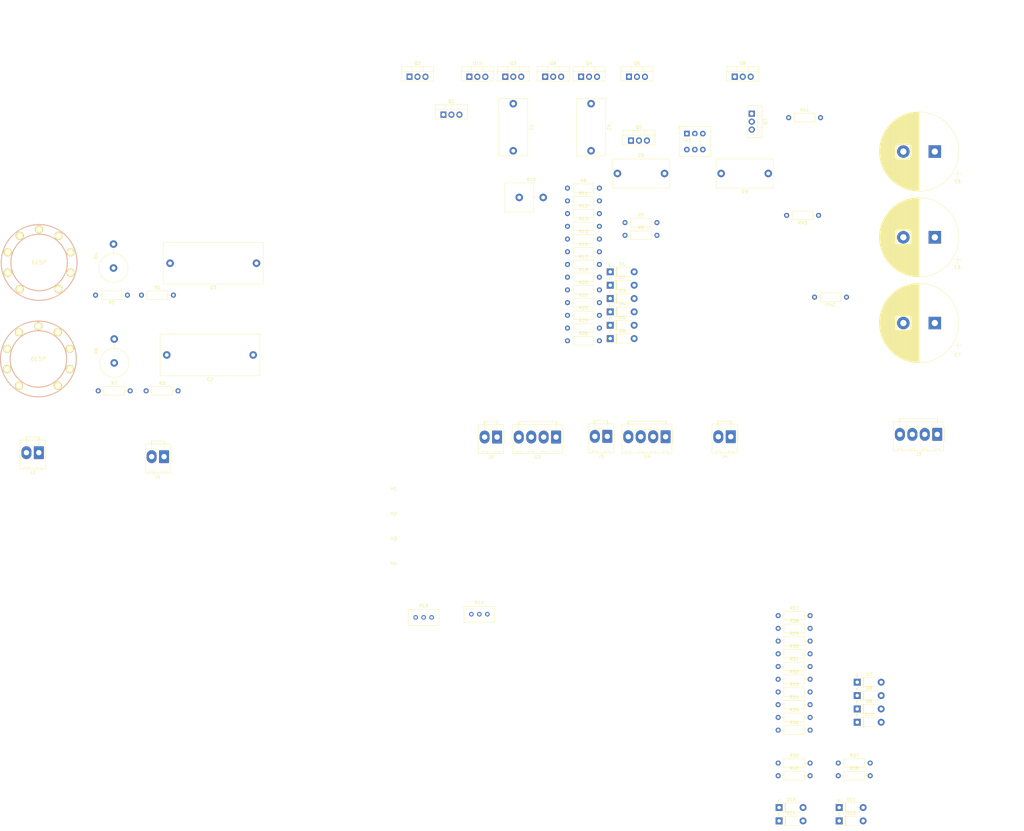
<source format=kicad_pcb>
(kicad_pcb (version 20221018) (generator pcbnew)
  (layers (0 "F.Cu" signal) (31 "B.Cu" signal) (34 "B.Paste" user) (35 "F.Paste" user) (36 "B.SilkS" user "B.Silkscreen") (37 "F.SilkS" user "F.Silkscreen") (38 "B.Mask" user) (39 "F.Mask" user) (44 "Edge.Cuts" user))
  (net 0 "")
  (net 1 "Net-(C3-Pad1)")
  (net 2 "Net-(R12-Pad2)")
  (net 3 "Net-(R14-Pad3)")
  (net 4 "Net-(J1-Pin_1)")
  (net 5 "Net-(J1-Pin_2)")
  (net 6 "Net-(C4-Pad1)")
  (net 7 "Net-(U2A-A)")
  (net 8 "Net-(U1A-A)")
  (net 9 "Net-(D2-K)")
  (net 10 "/Dual_Gyrator/ANODE1")
  (net 11 "Net-(D4-K)")
  (net 12 "/Dual_Gyrator/ANODE2")
  (net 13 "Net-(D1-K)")
  (net 14 "Net-(D1-A)")
  (net 15 "/Dual_Gyrator/MU_OUT1")
  (net 16 "Net-(D4-A)")
  (net 17 "/Dual_Gyrator/MU_OUT2")
  (net 18 "Net-(J2-Pin_1)")
  (net 19 "GND")
  (net 20 "/Dual_Gyrator/+HV")
  (net 21 "/Buffer_CCS_load1/NEG")
  (net 22 "Net-(J4-Pin_1)")
  (net 23 "Net-(J4-Pin_2)")
  (net 24 "Net-(J5-Pin_1)")
  (net 25 "Net-(J6-Pin_1)")
  (net 26 "Net-(Q1-D)")
  (net 27 "Net-(Q2-G)")
  (net 28 "Net-(Q2-D)")
  (net 29 "Net-(D7-K)")
  (net 30 "/Buffer_CCS_load1/POS")
  (net 31 "Net-(D9-K)")
  (net 32 "/Buffer_CCS_load2/POS")
  (net 33 "Net-(Q5-D)")
  (net 34 "Net-(Q6-G)")
  (net 35 "Net-(Q7-D)")
  (net 36 "Net-(Q8-G)")
  (net 37 "Net-(D3-K)")
  (net 38 "Net-(D3-A)")
  (net 39 "Net-(D7-A)")
  (net 40 "Net-(D10-A)")
  (net 41 "Net-(U1A-G1)")
  (net 42 "Net-(U2A-G1)")
  (net 43 "Net-(SW1B-B)")
  (net 44 "Net-(SW1A-B)")
  (net 45 "Net-(U3-G)")
  (net 46 "Net-(U4-G)")
  (net 47 "Net-(J3-Pin_3)")
  (net 48 "Net-(D11-K)")
  (net 49 "Net-(D11-A)")
  (net 50 "Net-(D12-K)")
  (net 51 "Net-(D13-K)")
  (net 52 "Net-(D13-A)")
  (net 53 "Net-(D14-K)")
  (net 54 "Net-(J2-Pin_2)")
  (net 55 "Net-(R10-Pad1)")
  (net 56 "Net-(R17-Pad2)")
  (net 57 "Net-(R19-Pad3)")
  (net 58 "Net-(C1-Pad1)")
  (net 59 "Net-(C2-Pad1)")
  (net 60 "Net-(R30-Pad1)")
  (net 61 "Net-(R31-Pad1)")
  (net 66 "Net-(R35-Pad1)")
  (net 67 "Net-(R36-Pad1)")
  (footprint "Resistor_THT:R_Axial_DIN0207_L6.3mm_D2.5mm_P10.16mm_Horizontal" (layer "F.Cu") (at 142.09 211.215)
    (fp_text reference "R32" (at 5.08 -2.37) (layer "F.SilkS"))
    (fp_text value "1.5M")
    (pad "1" thru_hole circle (at 0 0) (size 1.6 1.6) (drill 0.8) (layers "*.Cu" "*.Mask") (net 29 "Net-(D7-K)"))
    (pad "2" thru_hole oval (at 10.16 0) (size 1.6 1.6) (drill 0.8) (layers "*.Cu" "*.Mask") (net 61 "Net-(R31-Pad1)"))
  )
  (footprint "Resistor_THT:R_Axial_DIN0207_L6.3mm_D2.5mm_P10.16mm_Horizontal" (layer "F.Cu") (at -59.055 119.38)
    (fp_text reference "R3" (at 5.08 -2.37) (layer "F.SilkS"))
    (fp_text value "500k")
    (pad "1" thru_hole circle (at 0 0) (size 1.6 1.6) (drill 0.8) (layers "*.Cu" "*.Mask") (net 5 "Net-(J1-Pin_2)"))
    (pad "2" thru_hole oval (at 10.16 0) (size 1.6 1.6) (drill 0.8) (layers "*.Cu" "*.Mask") (net 19 "GND"))
  )
  (footprint "Package_TO_SOT_THT:TO-220-3_Vertical" (layer "F.Cu") (at 55.245 19.36)
    (fp_text reference "Q3" (at 2.54 -4.27) (layer "F.SilkS"))
    (fp_text value "STF3LN80K5")
    (pad "1" thru_hole rect (at 0 0) (size 1.905 2) (drill 1.1) (layers "*.Cu" "*.Mask") (net 19 "GND"))
    (pad "2" thru_hole oval (at 2.54 0) (size 1.905 2) (drill 1.1) (layers "*.Cu" "*.Mask") (net 37 "Net-(D3-K)"))
    (pad "3" thru_hole oval (at 5.08 0) (size 1.905 2) (drill 1.1) (layers "*.Cu" "*.Mask") (net 30 "/Buffer_CCS_load1/POS"))
  )
  (footprint "Diode_THT:D_DO-41_SOD81_P7.62mm_Horizontal" (layer "F.Cu") (at 167.25 224.915)
    (fp_text reference "D10" (at 3.81 -2.47) (layer "F.SilkS"))
    (fp_text value "15V")
    (fp_text user "K" (at 0 -2.1) (layer "F.SilkS"))
    (pad "1" thru_hole rect (at 0 0) (size 2.2 2.2) (drill 1.1) (layers "*.Cu" "*.Mask") (net 17 "/Dual_Gyrator/MU_OUT2"))
    (pad "2" thru_hole oval (at 7.62 0) (size 2.2 2.2) (drill 1.1) (layers "*.Cu" "*.Mask") (net 40 "Net-(D10-A)"))
  )
  (footprint "Potentiometer_THT:Potentiometer_Bourns_3296W_Vertical" (layer "F.Cu") (at 31.81 191.515)
    (fp_text reference "R19" (at -2.54 -3.66) (layer "F.SilkS"))
    (fp_text value "20k")
    (pad "1" thru_hole circle (at 0 0) (size 1.44 1.44) (drill 0.8) (layers "*.Cu" "*.Mask") (net 56 "Net-(R17-Pad2)"))
    (pad "2" thru_hole circle (at -2.54 0) (size 1.44 1.44) (drill 0.8) (layers "*.Cu" "*.Mask") (net 6 "Net-(C4-Pad1)"))
    (pad "3" thru_hole circle (at -5.08 0) (size 1.44 1.44) (drill 0.8) (layers "*.Cu" "*.Mask") (net 57 "Net-(R19-Pad3)"))
  )
  (footprint "Capacitor_THT:CP_Radial_D25.0mm_P10.00mm_SnapIn" (layer "F.Cu") (at 191.930371 70.485 180)
    (fp_text reference "C6" (at -7.254259 -9.525) (layer "F.SilkS"))
    (fp_text value "51u " hide)
    (pad "1" thru_hole rect (at 0 0 180) (size 4 4) (drill 2) (layers "*.Cu" "*.Mask") (net 19 "GND"))
    (pad "2" thru_hole circle (at 10 0 180) (size 4 4) (drill 2) (layers "*.Cu" "*.Mask") (net 21 "/Buffer_CCS_load1/NEG"))
  )
  (footprint "Diode_THT:D_DO-41_SOD81_P7.62mm_Horizontal" (layer "F.Cu") (at 142.39 252.065)
    (fp_text reference "D13" (at 3.81 -2.47) (layer "F.SilkS"))
    (fp_text value "15V")
    (fp_text user "K" (at 0 -2.1) (layer "F.SilkS"))
    (pad "1" thru_hole rect (at 0 0) (size 2.2 2.2) (drill 1.1) (layers "*.Cu" "*.Mask") (net 51 "Net-(D13-K)"))
    (pad "2" thru_hole oval (at 7.62 0) (size 2.2 2.2) (drill 1.1) (layers "*.Cu" "*.Mask") (net 52 "Net-(D13-A)"))
  )
  (footprint "Diode_THT:D_DO-41_SOD81_P7.62mm_Horizontal" (layer "F.Cu") (at 167.25 216.415)
    (fp_text reference "D8" (at 3.81 -2.47) (layer "F.SilkS"))
    (fp_text value "15V")
    (fp_text user "K" (at 0 -2.1) (layer "F.SilkS"))
    (pad "1" thru_hole rect (at 0 0) (size 2.2 2.2) (drill 1.1) (layers "*.Cu" "*.Mask") (net 15 "/Dual_Gyrator/MU_OUT1"))
    (pad "2" thru_hole oval (at 7.62 0) (size 2.2 2.2) (drill 1.1) (layers "*.Cu" "*.Mask") (net 39 "Net-(D7-A)"))
  )
  (footprint "Resistor_THT:R_Axial_DIN0207_L6.3mm_D2.5mm_P10.16mm_Horizontal" (layer "F.Cu") (at 142.09 195.015)
    (fp_text reference "R28" (at 5.08 -2.37) (layer "F.SilkS"))
    (fp_text value "5.1k")
    (pad "1" thru_hole circle (at 0 0) (size 1.6 1.6) (drill 0.8) (layers "*.Cu" "*.Mask") (net 44 "Net-(SW1A-B)"))
    (pad "2" thru_hole oval (at 10.16 0) (size 1.6 1.6) (drill 0.8) (layers "*.Cu" "*.Mask") (net 23 "Net-(J4-Pin_2)"))
  )
  (footprint "Resistor_THT:R_Axial_DIN0207_L6.3mm_D2.5mm_P10.16mm_Horizontal" (layer "F.Cu") (at -74.295 119.38)
    (fp_text reference "R7" (at 5.08 -2.37) (layer "F.SilkS"))
    (fp_text value "1k")
    (pad "1" thru_hole circle (at 0 0) (size 1.6 1.6) (drill 0.8) (layers "*.Cu" "*.Mask") (net 42 "Net-(U2A-G1)"))
    (pad "2" thru_hole oval (at 10.16 0) (size 1.6 1.6) (drill 0.8) (layers "*.Cu" "*.Mask") (net 5 "Net-(J1-Pin_2)"))
  )
  (footprint "Package_TO_SOT_THT:TO-220-3_Vertical" (layer "F.Cu") (at 43.815 19.36)
    (fp_text reference "Q10" (at 2.54 -4.27) (layer "F.SilkS"))
    (fp_text value "DN2540")
    (pad "1" thru_hole rect (at 0 0) (size 1.905 2) (drill 1.1) (layers "*.Cu" "*.Mask") (net 30 "/Buffer_CCS_load1/POS"))
    (pad "2" thru_hole oval (at 2.54 0) (size 1.905 2) (drill 1.1) (layers "*.Cu" "*.Mask") (net 51 "Net-(D13-K)"))
    (pad "3" thru_hole oval (at 5.08 0) (size 1.905 2) (drill 1.1) (layers "*.Cu" "*.Mask") (net 53 "Net-(D14-K)"))
  )
  (footprint "Resistor_THT:R_Axial_DIN0207_L6.3mm_D2.5mm_P10.16mm_Horizontal" (layer "F.Cu") (at 154.94 63.5 180)
    (fp_text reference "R43" (at 5.08 -2.37) (layer "F.SilkS"))
    (fp_text value "150")
    (pad "1" thru_hole circle (at 0 0 180) (size 1.6 1.6) (drill 0.8) (layers "*.Cu" "*.Mask") (net 21 "/Buffer_CCS_load1/NEG"))
    (pad "2" thru_hole oval (at 10.16 0 180) (size 1.6 1.6) (drill 0.8) (layers "*.Cu" "*.Mask") (net 53 "Net-(D14-K)"))
  )
  (footprint "Resistor_THT:R_Axial_DIN0207_L6.3mm_D2.5mm_P10.16mm_Horizontal" (layer "F.Cu") (at 75.035 75.085)
    (fp_text reference "R16" (at 5.08 -2.37) (layer "F.SilkS"))
    (fp_text value "1M")
    (pad "1" thru_hole circle (at 0 0) (size 1.6 1.6) (drill 0.8) (layers "*.Cu" "*.Mask") (net 6 "Net-(C4-Pad1)"))
    (pad "2" thru_hole oval (at 10.16 0) (size 1.6 1.6) (drill 0.8) (layers "*.Cu" "*.Mask") (net 21 "/Buffer_CCS_load1/NEG"))
  )
  (footprint "Connector_Molex:Molex_KK-396_A-41791-0002_1x02_P3.96mm_Vertical" (layer "F.Cu") (at -93.195 139.065 180)
    (fp_text reference "J2" (at 1.98 -6.31 180) (layer "F.SilkS"))
    (fp_text value "HEATERS DC")
    (pad "1" thru_hole roundrect (at 0 0 180) (size 3.16 4.1) (drill 1.7) (layers "*.Cu" "*.Mask") (roundrect_rratio 0.079114) (net 18 "Net-(J2-Pin_1)"))
    (pad "2" thru_hole oval (at 3.96 0 180) (size 3.16 4.1) (drill 1.7) (layers "*.Cu" "*.Mask") (net 54 "Net-(J2-Pin_2)"))
  )
  (footprint "Package_TO_SOT_THT:TO-220-3_Vertical" (layer "F.Cu") (at 128.27 19.36)
    (fp_text reference "Q8" (at 2.54 -4.27) (layer "F.SilkS"))
    (fp_text value "IXTP3N100D2")
    (pad "1" thru_hole rect (at 0 0) (size 1.905 2) (drill 1.1) (layers "*.Cu" "*.Mask") (net 20 "/Dual_Gyrator/+HV"))
    (pad "2" thru_hole oval (at 2.54 0) (size 1.905 2) (drill 1.1) (layers "*.Cu" "*.Mask") (net 36 "Net-(Q8-G)"))
    (pad "3" thru_hole oval (at 5.08 0) (size 1.905 2) (drill 1.1) (layers "*.Cu" "*.Mask") (net 35 "Net-(Q7-D)"))
  )
  (footprint "Resistor_THT:R_Axial_DIN0207_L6.3mm_D2.5mm_P10.16mm_Horizontal" (layer "F.Cu") (at 75.035 103.435)
    (fp_text reference "R26" (at 5.08 -2.37) (layer "F.SilkS"))
    (fp_text value "1M")
    (pad "1" thru_hole circle (at 0 0) (size 1.6 1.6) (drill 0.8) (layers "*.Cu" "*.Mask") (net 19 "GND"))
    (pad "2" thru_hole oval (at 10.16 0) (size 1.6 1.6) (drill 0.8) (layers "*.Cu" "*.Mask") (net 47 "Net-(J3-Pin_3)"))
  )
  (footprint "Resistor_THT:R_Axial_DIN0207_L6.3mm_D2.5mm_P10.16mm_Horizontal" (layer "F.Cu") (at 142.09 241.955)
    (fp_text reference "R40" (at 5.08 -2.37) (layer "F.SilkS"))
    (fp_text value "300")
    (pad "1" thru_hole circle (at 0 0) (size 1.6 1.6) (drill 0.8) (layers "*.Cu" "*.Mask") (net 21 "/Buffer_CCS_load1/NEG"))
    (pad "2" thru_hole oval (at 10.16 0) (size 1.6 1.6) (drill 0.8) (layers "*.Cu" "*.Mask") (net 48 "Net-(D11-K)"))
  )
  (footprint "Resistor_THT:R_Axial_DIN0207_L6.3mm_D2.5mm_P10.16mm_Horizontal" (layer "F.Cu") (at 93.345 69.85)
    (fp_text reference "R6" (at 5.08 -2.37) (layer "F.SilkS"))
    (fp_text value "75")
    (pad "1" thru_hole circle (at 0 0) (size 1.6 1.6) (drill 0.8) (layers "*.Cu" "*.Mask") (net 9 "Net-(D2-K)"))
    (pad "2" thru_hole oval (at 10.16 0) (size 1.6 1.6) (drill 0.8) (layers "*.Cu" "*.Mask") (net 55 "Net-(R10-Pad1)"))
  )
  (footprint "Resistor_THT:R_Axial_DIN0207_L6.3mm_D2.5mm_P10.16mm_Horizontal" (layer "F.Cu") (at 163.83 89.535 180)
    (fp_text reference "R42" (at 5.08 -2.37) (layer "F.SilkS"))
    (fp_text value "300")
    (pad "1" thru_hole circle (at 0 0 180) (size 1.6 1.6) (drill 0.8) (layers "*.Cu" "*.Mask") (net 21 "/Buffer_CCS_load1/NEG"))
    (pad "2" thru_hole oval (at 10.16 0 180) (size 1.6 1.6) (drill 0.8) (layers "*.Cu" "*.Mask") (net 51 "Net-(D13-K)"))
  )
  (footprint "Diode_THT:D_DO-41_SOD81_P7.62mm_Horizontal" (layer "F.Cu") (at 88.645 81.485)
    (fp_text reference "D1" (at 3.81 -2.47) (layer "F.SilkS"))
    (fp_text value "15V")
    (fp_text user "K" (at 0 -2.1) (layer "F.SilkS"))
    (pad "1" thru_hole rect (at 0 0) (size 2.2 2.2) (drill 1.1) (layers "*.Cu" "*.Mask") (net 13 "Net-(D1-K)"))
    (pad "2" thru_hole oval (at 7.62 0) (size 2.2 2.2) (drill 1.1) (layers "*.Cu" "*.Mask") (net 14 "Net-(D1-A)"))
  )
  (footprint "Resistor_THT:R_Axial_DIN0207_L6.3mm_D2.5mm_P10.16mm_Horizontal" (layer "F.Cu") (at 75.035 91.285)
    (fp_text reference "R21" (at 5.08 -2.37) (layer "F.SilkS"))
    (fp_text value "1k")
    (pad "1" thru_hole circle (at 0 0) (size 1.6 1.6) (drill 0.8) (layers "*.Cu" "*.Mask") (net 59 "Net-(C2-Pad1)"))
    (pad "2" thru_hole oval (at 10.16 0) (size 1.6 1.6) (drill 0.8) (layers "*.Cu" "*.Mask") (net 37 "Net-(D3-K)"))
  )
  (footprint "Package_TO_SOT_THT:TO-220-3_Vertical" (layer "F.Cu") (at 95.25 39.68)
    (fp_text reference "Q5" (at 2.54 -4.27) (layer "F.SilkS"))
    (fp_text value "AOT1N60")
    (pad "1" thru_hole rect (at 0 0) (size 1.905 2) (drill 1.1) (layers "*.Cu" "*.Mask") (net 29 "Net-(D7-K)"))
    (pad "2" thru_hole oval (at 2.54 0) (size 1.905 2) (drill 1.1) (layers "*.Cu" "*.Mask") (net 33 "Net-(Q5-D)"))
    (pad "3" thru_hole oval (at 5.08 0) (size 1.905 2) (drill 1.1) (layers "*.Cu" "*.Mask") (net 15 "/Dual_Gyrator/MU_OUT1"))
  )
  (footprint "Capacitor_THT:C_Rect_L18.0mm_W9.0mm_P15.00mm_FKS3_FKP3" (layer "F.Cu") (at 57.785 27.94 -90)
    (fp_text reference "C1" (at 7.5 -5.75 90) (layer "F.SilkS"))
    (fp_text value "220n 630 V")
    (pad "1" thru_hole circle (at 0 0 270) (size 2.4 2.4) (drill 1.2) (layers "*.Cu" "*.Mask") (net 58 "Net-(C1-Pad1)"))
    (pad "2" thru_hole circle (at 15 0 270) (size 2.4 2.4) (drill 1.2) (layers "*.Cu" "*.Mask") (net 47 "Net-(J3-Pin_3)"))
  )
  (footprint "MountingHole:MountingHole_3.2mm_M3" (layer "F.Cu") (at 19.705 170.665)
    (fp_text reference "H3" (at 0 -4.2) (layer "F.SilkS"))
    (fp_text value "MountingHole")
    (pad "" np_thru_hole circle (at 0 0) (size 3.2 3.2) (drill 3.2) (layers "*.Cu" "*.Mask"))
  )
  (footprint "Resistor_THT:R_Axial_DIN0207_L6.3mm_D2.5mm_P10.16mm_Horizontal" (layer "F.Cu") (at 142.09 203.115)
    (fp_text reference "R30" (at 5.08 -2.37) (layer "F.SilkS"))
    (fp_text value "1.5M")
    (pad "1" thru_hole circle (at 0 0) (size 1.6 1.6) (drill 0.8) (layers "*.Cu" "*.Mask") (net 60 "Net-(R30-Pad1)"))
    (pad "2" thru_hole oval (at 10.16 0) (size 1.6 1.6) (drill 0.8) (layers "*.Cu" "*.Mask") (net 19 "GND"))
  )
  (footprint "Resistor_THT:R_Axial_DIN0922_L20.0mm_D9.0mm_P7.62mm_Vertical" (layer "F.Cu") (at -69.215 110.49 90)
    (fp_text reference "R9" (at 3.81 -5.62 90) (layer "F.SilkS"))
    (fp_text value "27.4k 5W")
    (pad "1" thru_hole circle (at 0 0 90) (size 2.4 2.4) (drill 1.2) (layers "*.Cu" "*.Mask") (net 7 "Net-(U2A-A)"))
    (pad "2" thru_hole oval (at 7.62 0 90) (size 2.4 2.4) (drill 1.2) (layers "*.Cu" "*.Mask") (net 20 "/Dual_Gyrator/+HV"))
  )
  (footprint "Resistor_THT:R_Axial_DIN0207_L6.3mm_D2.5mm_P10.16mm_Horizontal" (layer "F.Cu") (at 93.345 65.8)
    (fp_text reference "R5" (at 5.08 -2.37) (layer "F.SilkS"))
    (fp_text value "300")
    (pad "1" thru_hole circle (at 0 0) (size 1.6 1.6) (drill 0.8) (layers "*.Cu" "*.Mask") (net 55 "Net-(R10-Pad1)"))
    (pad "2" thru_hole oval (at 10.16 0) (size 1.6 1.6) (drill 0.8) (layers "*.Cu" "*.Mask") (net 13 "Net-(D1-K)"))
  )
  (footprint "OSDEHA_AMP:SWITCH_2POLE_ON_ON" (layer "F.Cu") (at 113.03 40.005)
    (fp_text reference "SW1" (at 0 -0.5 unlocked) (layer "F.SilkS") (effects (font (thickness 0.1))))
    (fp_text value "SW_DPDT_x2")
    (pad "1" thru_hole rect (at 0 -2.54) (size 1.8 1.8) (drill 0.9) (layers "*.Cu" "*.Mask") (net 15 "/Dual_Gyrator/MU_OUT1"))
    (pad "2" thru_hole circle (at 2.54 -2.54) (size 1.8 1.8) (drill 0.9) (layers "*.Cu" "*.Mask") (net 44 "Net-(SW1A-B)"))
    (pad "3" thru_hole circle (at 5.08 -2.54) (size 1.8 1.8) (drill 0.9) (layers "*.Cu" "*.Mask") (net 10 "/Dual_Gyrator/ANODE1"))
    (pad "4" thru_hole circle (at 0 2.54) (size 1.8 1.8) (drill 0.9) (layers "*.Cu" "*.Mask") (net 17 "/Dual_Gyrator/MU_OUT2"))
    (pad "5" thru_hole circle (at 2.54 2.54) (size 1.8 1.8) (drill 0.9) (layers "*.Cu" "*.Mask") (net 43 "Net-(SW1B-B)"))
    (pad "6" thru_hole circle (at 5.08 2.54) (size 1.8 1.8) (drill 0.9) (layers "*.Cu" "*.Mask") (net 12 "/Dual_Gyrator/ANODE2"))
  )
  (footprint "Resistor_THT:R_Axial_DIN0207_L6.3mm_D2.5mm_P10.16mm_Horizontal" (layer "F.Cu") (at 75.035 83.185)
    (fp_text reference "R18" (at 5.08 -2.37) (layer "F.SilkS"))
    (fp_text value "1M")
    (pad "1" thru_hole circle (at 0 0) (size 1.6 1.6) (drill 0.8) (layers "*.Cu" "*.Mask") (net 6 "Net-(C4-Pad1)"))
    (pad "2" thru_hole oval (at 10.16 0) (size 1.6 1.6) (drill 0.8) (layers "*.Cu" "*.Mask") (net 1 "Net-(C3-Pad1)"))
  )
  (footprint "Diode_THT:D_DO-41_SOD81_P7.62mm_Horizontal" (layer "F.Cu") (at 142.39 256.315)
    (fp_text reference "D14" (at 3.81 -2.47) (layer "F.SilkS"))
    (fp_text value "15V")
    (fp_text user "K" (at 0 -2.1) (layer "F.SilkS"))
    (pad "1" thru_hole rect (at 0 0) (size 2.2 2.2) (drill 1.1) (layers "*.Cu" "*.Mask") (net 53 "Net-(D14-K)"))
    (pad "2" thru_hole oval (at 7.62 0) (size 2.2 2.2) (drill 1.1) (layers "*.Cu" "*.Mask") (net 52 "Net-(D13-A)"))
  )
  (footprint "MountingHole:MountingHole_3.2mm_M3" (layer "F.Cu") (at 19.705 162.715)
    (fp_text reference "H2" (at 0 -4.2) (layer "F.SilkS"))
    (fp_text value "MountingHole")
    (pad "" np_thru_hole circle (at 0 0) (size 3.2 3.2) (drill 3.2) (layers "*.Cu" "*.Mask"))
  )
  (footprint "Package_TO_SOT_THT:TO-220-3_Vertical" (layer "F.Cu") (at 133.675 31.115 -90)
    (fp_text reference "Q7" (at 2.54 -4.27 90) (layer "F.SilkS"))
    (fp_text value "AOT1N60")
    (pad "1" thru_hole rect (at 0 0 270) (size 1.905 2) (drill 1.1) (layers "*.Cu" "*.Mask") (net 31 "Net-(D9-K)"))
    (pad "2" thru_hole oval (at 2.54 0 270) (size 1.905 2) (drill 1.1) (layers "*.Cu" "*.Mask") (net 35 "Net-(Q7-D)"))
    (pad "3" thru_hole oval (at 5.08 0 270) (size 1.905 2) (drill 1.1) (layers "*.Cu" "*.Mask") (net 17 "/Dual_Gyrator/MU_OUT2"))
  )
  (footprint "Resistor_THT:R_Axial_DIN0207_L6.3mm_D2.5mm_P10.16mm_Horizontal" (layer "F.Cu") (at 142.09 199.065)
    (fp_text reference "R29" (at 5.08 -2.37) (layer "F.SilkS"))
    (fp_text value "1M")
    (pad "1" thru_hole circle (at 0 0) (size 1.6 1.6) (drill 0.8) (layers "*.Cu" "*.Mask") (net 19 "GND"))
    (pad "2" thru_hole oval (at 10.16 0) (size 1.6 1.6) (drill 0.8) (layers "*.Cu" "*.Mask") (net 21 "/Buffer_CCS_load1/NEG"))
  )
  (footprint "Diode_THT:D_DO-41_SOD81_P7.62mm_Horizontal" (layer "F.Cu") (at 88.645 102.735)
    (fp_text reference "D6" (at 3.81 -2.47) (layer "F.SilkS"))
    (fp_text value "15V")
    (fp_text user "K" (at 0 -2.1) (layer "F.SilkS"))
    (pad "1" thru_hole rect (at 0 0) (size 2.2 2.2) (drill 1.1) (layers "*.Cu" "*.Mask") (net 32 "/Buffer_CCS_load2/POS"))
    (pad "2" thru_hole oval (at 7.62 0) (size 2.2 2.2) (drill 1.1) (layers "*.Cu" "*.Mask") (net 16 "Net-(D4-A)"))
  )
  (footprint "Resistor_THT:R_Axial_DIN0207_L6.3mm_D2.5mm_P10.16mm_Horizontal" (layer "F.Cu") (at 75.035 99.385)
    (fp_text reference "R25" (at 5.08 -2.37) (layer "F.SilkS"))
    (fp_text value "1M")
    (pad "1" thru_hole circle (at 0 0) (size 1.6 1.6) (drill 0.8) (layers "*.Cu" "*.Mask") (net 19 "GND"))
    (pad "2" thru_hole oval (at 10.16 0) (size 1.6 1.6) (drill 0.8) (layers "*.Cu" "*.Mask") (net 20 "/Dual_Gyrator/+HV"))
  )
  (footprint "Capacitor_THT:CP_Radial_D25.0mm_P10.00mm_SnapIn" (layer "F.Cu") (at 191.930371 43.18 180)
    (fp_text reference "C5" (at -7.254259 -9.525) (layer "F.SilkS"))
    (fp_text value "51u " hide)
    (pad "1" thru_hole rect (at 0 0 180) (size 4 4) (drill 2) (layers "*.Cu" "*.Mask") (net 20 "/Dual_Gyrator/+HV"))
    (pad "2" thru_hole circle (at 10 0 180) (size 4 4) (drill 2) (layers "*.Cu" "*.Mask") (net 19 "GND"))
  )
  (footprint "MountingHole:MountingHole_3.2mm_M3" (layer "F.Cu") (at 19.705 154.765)
    (fp_text reference "H1" (at 0 -4.2) (layer "F.SilkS"))
    (fp_text value "MountingHole")
    (pad "" np_thru_hole circle (at 0 0) (size 3.2 3.2) (drill 3.2) (layers "*.Cu" "*.Mask"))
  )
  (footprint "MountingHole:MountingHole_3.2mm_M3" (layer "F.Cu") (at 19.705 178.615)
    (fp_text reference "H4" (at 0 -4.2) (layer "F.SilkS"))
    (fp_text value "MountingHole")
    (pad "" np_thru_hole circle (at 0 0) (size 3.2 3.2) (drill 3.2) (layers "*.Cu" "*.Mask"))
  )
  (footprint "Resistor_THT:R_Axial_DIN0207_L6.3mm_D2.5mm_P10.16mm_Horizontal" (layer "F.Cu") (at 75.035 95.335)
    (fp_text reference "R22" (at 5.08 -2.37) (layer "F.SilkS"))
    (fp_text value "1k")
    (pad "1" thru_hole circle (at 0 0) (size 1.6 1.6) (drill 0.8) (layers "*.Cu" "*.Mask") (net 1 "Net-(C3-Pad1)"))
    (pad "2" thru_hole oval (at 10.16 0) (size 1.6 1.6) (drill 0.8) (layers "*.Cu" "*.Mask") (net 11 "Net-(D4-K)"))
  )
  (footprint "Diode_THT:D_DO-41_SOD81_P7.62mm_Horizontal" (layer "F.Cu") (at 161.51 252.065)
    (fp_text reference "D11" (at 3.81 -2.47) (layer "F.SilkS"))
    (fp_text value "15V")
    (fp_text user "K" (at 0 -2.1) (layer "F.SilkS"))
    (pad "1" thru_hole rect (at 0 0) (size 2.2 2.2) (drill 1.1) (layers "*.Cu" "*.Mask") (net 48 "Net-(D11-K)"))
    (pad "2" thru_hole oval (at 7.62 0) (size 2.2 2.2) (drill 1.1) (layers "*.Cu" "*.Mask") (net 49 "Net-(D11-A)"))
  )
  (footprint "Resistor_THT:R_Axial_DIN0207_L6.3mm_D2.5mm_P10.16mm_Horizontal" (layer "F.Cu") (at 142.09 215.265)
    (fp_text reference "R33" (at 5.08 -2.37) (layer "F.SilkS"))
    (fp_text value "470")
    (pad "1" thru_hole circle (at 0 0) (size 1.6 1.6) (drill 0.8) (layers "*.Cu" "*.Mask") (net 15 "/Dual_Gyrator/MU_OUT1"))
    (pad "2" thru_hole oval (at 10.16 0) (size 1.6 1.6) (drill 0.8) (layers "*.Cu" "*.Mask") (net 10 "/Dual_Gyrator/ANODE1"))
  )
  (footprint "Resistor_THT:R_Axial_DIN0207_L6.3mm_D2.5mm_P10.16mm_Horizontal" (layer "F.Cu") (at 161.21 241.955)
    (fp_text reference "R38" (at 5.08 -2.37) (layer "F.SilkS"))
    (fp_text value "470")
    (pad "1" thru_hole circle (at 0 0) (size 1.6 1.6) (drill 0.8) (layers "*.Cu" "*.Mask") (net 17 "/Dual_Gyrator/MU_OUT2"))
    (pad "2" thru_hole oval (at 10.16 0) (size 1.6 1.6) (drill 0.8) (layers "*.Cu" "*.Mask") (net 12 "/Dual_Gyrator/ANODE2"))
  )
  (footprint "Resistor_THT:R_Axial_DIN0207_L6.3mm_D2.5mm_P10.16mm_Horizontal" (layer "F.Cu") (at 142.09 190.965)
    (fp_text reference "R27" (at 5.08 -2.37) (layer "F.SilkS"))
    (fp_text value "5.1k")
    (pad "1" thru_hole circle (at 0 0) (size 1.6 1.6) (drill 0.8) (layers "*.Cu" "*.Mask") (net 43 "Net-(SW1B-B)"))
    (pad "2" thru_hole oval (at 10.16 0) (size 1.6 1.6) (drill 0.8) (layers "*.Cu" "*.Mask") (net 22 "Net-(J4-Pin_1)"))
  )
  (footprint "Package_TO_SOT_THT:TO-220-3_Vertical" (layer "F.Cu") (at 35.56 31.425)
    (fp_text reference "Q1" (at 2.54 -4.27) (layer "F.SilkS"))
    (fp_text value "DN2540N5-G")
    (pad "1" thru_hole rect (at 0 0) (size 1.905 2) (drill 1.1) (layers "*.Cu" "*.Mask") (net 13 "Net-(D1-K)"))
    (pad "2" thru_hole oval (at 2.54 0) (size 1.905 2) (drill 1.1) (layers "*.Cu" "*.Mask") (net 26 "Net-(Q1-D)"))
    (pad "3" thru_hole oval (at 5.08 0) (size 1.905 2) (drill 1.1) (layers "*.Cu" "*.Mask") (net 9 "Net-(D2-K)"))
  )
  (footprint "Diode_THT:D_DO-41_SOD81_P7.62mm_Horizontal" (layer "F.Cu") (at 167.25 212.165)
    (fp_text reference "D7" (at 3.81 -2.47) (layer "F.SilkS"))
    (fp_text value "15V")
    (fp_text user "K" (at 0 -2.1) (layer "F.SilkS"))
    (pad "1" thru_hole rect (at 0 0) (size 2.2 2.2) (drill 1.1) (layers "*.Cu" "*.Mask") (net 29 "Net-(D7-K)"))
    (pad "2" thru_hole oval (at 7.62 0) (size 2.2 2.2) (drill 1.1) (layers "*.Cu" "*.Mask") (net 39 "Net-(D7-A)"))
  )
  (footprint "Resistor_THT:R_Axial_DIN0207_L6.3mm_D2.5mm_P10.16mm_Horizontal" (layer "F.Cu") (at 142.09 223.365)
    (fp_text reference "R35" (at 5.08 -2.37) (layer "F.SilkS"))
    (fp_text value "1.5M")
    (pad "1" thru_hole circle (at 0 0) (size 1.6 1.6) (drill 0.8) (layers "*.Cu" "*.Mask") (net 66 "Net-(R35-Pad1)"))
    (pad "2" thru_hole oval (at 10.16 0) (size 1.6 1.6) (drill 0.8) (layers "*.Cu" "*.Mask") (net 19 "GND"))
  )
  (footprint "Resistor_THT:R_Axial_DIN0207_L6.3mm_D2.5mm_P10.16mm_Horizontal" (layer "F.Cu") (at 142.09 219.315)
    (fp_text reference "R34" (at 5.08 -2.37) (layer "F.SilkS"))
    (fp_text value "1k")
    (pad "1" thru_hole circle (at 0 0) (size 1.6 1.6) (drill 0.8) (layers "*.Cu" "*.Mask") (net 34 "Net-(Q6-G)"))
    (pad "2" thru_hole oval (at 10.16 0) (size 1.6 1.6) (drill 0.8) (layers "*.Cu" "*.Mask") (net 15 "/Dual_Gyrator/MU_OUT1"))
  )
  (footprint "Resistor_THT:R_Axial_DIN0207_L6.3mm_D2.5mm_P10.16mm_Horizontal" (layer "F.Cu") (at 142.09 227.415)
    (fp_text reference "R36" (at 5.08 -2.37) (layer "F.SilkS"))
    (fp_text value "1.5M")
    (pad "1" thru_hole circle (at 0 0) (size 1.6 1.6) (drill 0.8) (layers "*.Cu" "*.Mask") (net 67 "Net-(R36-Pad1)"))
    (pad "2" thru_hole oval (at 10.16 0) (size 1.6 1.6) (drill 0.8) (layers "*.Cu" "*.Mask") (net 66 "Net-(R35-Pad1)"))
  )
  (footprint "OSDEHA_AMP:belton_noval-bside" (layer "F.Cu") (at -93.11 78.495)
    (fp_text reference "U1" hide)
    (fp_text value "6E5P" (at 0 0) (layer "F.SilkS") (effects (font (size 1.27 1.27))))
    (pad "1" thru_hole circle (at -6.17 8.5) (size 2.55 2.55) (drill 1.55) (layers "*.Cu" "*.Mask" "F.SilkS") (net 54 "Net-(J2-Pin_2)") (clearance 1.5))
    (pad "2" thru_hole circle (at -9.99 3.24) (size 2.55 2.55) (drill 1.55) (layers "*.Cu" "*.Mask" "F.SilkS") (net 8 "Net-(U1A-A)"))
    (pad "3" thru_hole circle (at -9.98 -3.25) (size 2.55 2.55) (drill 1.55) (layers "*.Cu" "*.Mask" "F.SilkS"))
    (pad "4" thru_hole circle (at -6.17 -8.5) (size 2.55 2.55) (drill 1.55) (layers "*.Cu" "*.Mask" "F.SilkS") (net 28 "Net-(Q2-D)"))
    (pad "5" thru_hole circle (at 0 -10.5) (size 2.55 2.55) (drill 1.55) (layers "*.Cu" "*.Mask" "F.SilkS") (net 8 "Net-(U1A-A)"))
    (pad "6" thru_hole circle (at 6.17 -8.5) (size 2.55 2.55) (drill 1.55) (layers "*.Cu" "*.Mask" "F.SilkS") (net 18 "Net-(J2-Pin_1)") (clearance 1.5))
    (pad "7" thru_hole circle (at 9.99 -3.24) (size 2.55 2.55) (drill 1.55) (layers "*.Cu" "*.Mask" "F.SilkS"))
    (pad "8" thru_hole circle (at 9.99 3.24) (size 2.55 2.55) (drill 1.55) (layers "*.Cu" "*.Mask" "F.SilkS") (net 41 "Net-(U1A-G1)"))
    (pad "9" thru_hole circle (at 6.17 8.5) (size 2.55 2.55) (drill 1.55) (layers "*.Cu" "*.Mask" "F.SilkS") (net 28 "Net-(Q2-D)"))
  )
  (footprint "Potentiometer_THT:Potentiometer_Bourns_3296W_Vertical" (layer "F.Cu") (at 49.53 190.5)
    (fp_text reference "R14" (at -2.54 -3.66) (layer "F.SilkS"))
    (fp_text value "20k")
    (pad "1" thru_hole circle (at 0 0) (size 1.44 1.44) (drill 0.8) (layers "*.Cu" "*.Mask") (net 2 "Net-(R12-Pad2)"))
    (pad "2" thru_hole circle (at -2.54 0) (size 1.44 1.44) (drill 0.8) (layers "*.Cu" "*.Mask") (net 58 "Net-(C1-Pad1)"))
    (pad "3" thru_hole circle (at -5.08 0) (size 1.44 1.44) (drill 0.8) (layers "*.Cu" "*.Mask") (net 3 "Net-(R14-Pad3)"))
  )
  (footprint "Connector_Molex:Molex_KK-396_A-41791-0004_1x04_P3.96mm_Vertical" (layer "F.Cu") (at 192.705 133.245 180)
    (fp_text reference "J3" (at 5.94 -6.31) (layer "F.SilkS"))
    (fp_text value "PSU HV")
    (pad "1" thru_hole roundrect (at 0 0 180) (size 3.16 4.1) (drill 1.7) (layers "*.Cu" "*.Mask") (roundrect_rratio 0.079114) (net 20 "/Dual_Gyrator/+HV"))
    (pad "2" thru_hole oval (at 3.96 0 180) (size 3.16 4.1) (drill 1.7) (layers "*.Cu" "*.Mask") (net 19 "GND"))
    (pad "3" thru_hole oval (at 7.92 0 180) (size 3.16 4.1) (drill 1.7) (layers "*.Cu" "*.Mask") (net 47 "Net-(J3-Pin_3)"))
    (pad "4" thru_hole oval (at 11.88 0 180) (size 3.16 4.1) (drill 1.7) (layers "*.Cu" "*.Mask") (net 21 "/Buffer_CCS_load1/NEG"))
  )
  (footprint "Capacitor_THT:C_Rect_L31.5mm_W13.0mm_P27.50mm_MKS4" (layer "F.Cu") (at -23.935 78.74 180)
    (fp_text reference "C3" (at 13.75 -7.75) (layer "F.SilkS"))
    (fp_text value "470n 1 kV")
    (pad "1" thru_hole circle (at 0 0 180) (size 2.4 2.4) (drill 1.2) (layers "*.Cu" "*.Mask") (net 1 "Net-(C3-Pad1)"))
    (pad "2" thru_hole circle (at 27.5 0 180) (size 2.4 2.4) (drill 1.2) (layers "*.Cu" "*.Mask") (net 8 "Net-(U1A-A)"))
  )
  (footprint "Connector_Molex:Molex_KK-396_A-41791-0002_1x02_P3.96mm_Vertical" (layer "F.Cu") (at 52.63 134.09 180)
    (fp_text reference "J6" (at 1.98 -6.31) (layer "F.SilkS"))
    (fp_text value "DHT FIL1")
    (pad "1" thru_hole roundrect (at 0 0 180) (size 3.16 4.1) (drill 1.7) (layers "*.Cu" "*.Mask") (roundrect_rratio 0.079114) (net 25 "Net-(J6-Pin_1)"))
    (pad "2" thru_hole oval (at 3.96 0 180) (size 3.16 4.1) (drill 1.7) (layers "*.Cu" "*.Mask") (net 47 "Net-(J3-Pin_3)"))
  )
  (footprint "Diode_THT:D_DO-41_SOD81_P7.62mm_Horizontal" (layer "F.Cu") (at 167.25 220.665)
    (fp_text reference "D9" (at 3.81 -2.47) (layer "F.SilkS"))
    (fp_text value "15V")
    (fp_text user "K" (at 0 -2.1) (layer "F.SilkS"))
    (pad "1" thru_hole rect (at 0 0) (size 2.2 2.2) (drill 1.1) (layers "*.Cu" "*.Mask") (net 31 "Net-(D9-K)"))
    (pad "2" thru_hole oval (at 7.62 0) (size 2.2 2.2) (drill 1.1) (layers "*.Cu" "*.Mask") (net 40 "Net-(D10-A)"))
  )
  (footprint "Resistor_THT:R_Axial_DIN0207_L6.3mm_D2.5mm_P10.16mm_Horizontal" (layer "F.Cu") (at 75.035 87.235)
    (fp_text reference "R20" (at 5.08 -2.37) (layer "F.SilkS"))
    (fp_text value "25k")
    (pad "1" thru_hole circle (at 0 0) (size 1.6 1.6) (drill 0.8) (layers "*.Cu" "*.Mask") (net 47 "Net-(J3-Pin_3)"))
    (pad "2" thru_hole oval (at 10.16 0) (size 1.6 1.6) (drill 0.8) (layers "*.Cu" "*.Mask") (net 57 "Net-(R19-Pad3)"))
  )
  (footprint "Capacitor_THT:C_Rect_L18.0mm_W9.0mm_P15.00mm_FKS3_FKP3" (layer "F.Cu") (at 90.925 50.165)
    (fp_text reference "C8" (at 7.5 -5.75) (layer "F.SilkS"))
    (fp_text value "220n 630 V")
    (pad "1" thru_hole circle (at 0 0) (size 2.4 2.4) (drill 1.2) (layers "*.Cu" "*.Mask") (net 29 "Net-(D7-K)"))
    (pad "2" thru_hole circle (at 15 0) (size 2.4 2.4) (drill 1.2) (layers "*.Cu" "*.Mask") (net 10 "/Dual_Gyrator/ANODE1"))
  )
  (footprint "Diode_THT:D_DO-41_SOD81_P7.62mm_Horizontal" (layer "F.Cu") (at 161.51 256.315)
    (fp_text reference "D12" (at 3.81 -2.47) (layer "F.SilkS"))
    (fp_text value "15V")
    (fp_text user "K" (at 0 -2.1) (layer "F.SilkS"))
    (pad "1" thru_hole rect (at 0 0) (size 2.2 2.2) (drill 1.1) (layers "*.Cu" "*.Mask") (net 50 "Net-(D12-K)"))
    (pad "2" thru_hole oval (at 7.62 0) (size 2.2 2.2) (drill 1.1) (layers "*.Cu" "*.Mask") (net 49 "Net-(D11-A)"))
  )
  (footprint "Resistor_THT:R_Axial_DIN0922_L20.0mm_D9.0mm_P7.62mm_Vertical" (layer "F.Cu") (at -69.435 80.265 90)
    (fp_text reference "R4" (at 3.81 -5.62 90) (layer "F.SilkS"))
    (fp_text value "27.4k 5W")
    (pad "1" thru_hole circle (at 0 0 90) (size 2.4 2.4) (drill 1.2) (layers "*.Cu" "*.Mask") (net 8 "Net-(U1A-A)"))
    (pad "2" thru_hole oval (at 7.62 0 90) (size 2.4 2.4) (drill 1.2) (layers "*.Cu" "*.Mask") (net 20 "/Dual_Gyrator/+HV"))
  )
  (footprint "Diode_THT:D_DO-41_SOD81_P7.62mm_Horizontal" (layer "F.Cu") (at 88.645 85.735)
    (fp_text reference "D2" (at 3.81 -2.47) (layer "F.SilkS"))
    (fp_text value "15V")
    (fp_text user "K" (at 0 -2.1) (layer "F.SilkS"))
    (pad "1" thru_hole rect (at 0 0) (size 2.2 2.2) (drill 1.1) (layers "*.Cu" "*.Mask") (net 9 "Net-(D2-K)"))
    (pad "2" thru_hole oval (at 7.62 0) (size 2.2 2.2) (drill 1.1) (layers "*.Cu" "*.Mask") (net 14 "Net-(D1-A)"))
  )
  (footprint "OSDEHA_AMP:belton_noval-bside" (layer "F.Cu") (at -93.345 109.22)
    (fp_text reference "U2" hide)
    (fp_text value "6E5P" (at 0 0) (layer "F.SilkS") (effects (font (size 1.27 1.27))))
    (pad "1" thru_hole circle (at -6.17 8.5) (size 2.55 2.55) (drill 1.55) (layers "*.Cu" "*.Mask" "F.SilkS") (net 54 "Net-(J2-Pin_2)") (clearance 1.5))
    (pad "2" thru_hole circle (at -9.99 3.24) (size 2.55 2.55) (drill 1.55) (layers "*.Cu" "*.Mask" "F.SilkS") (net 7 "Net-(U2A-A)"))
    (pad "3" thru_hole circle (at -9.98 -3.25) (size 2.55 2.55) (drill 1.55) (layers "*.Cu" "*.Mask" "F.SilkS"))
    (pad "4" thru_hole circle (at -6.17 -8.5) (size 2.55 2.55) (drill 1.55) (layers "*.Cu" "*.Mask" "F.SilkS") (net 28 "Net-(Q2-D)"))
    (pad "5" thru_hole circle (at 0 -10.5) (size 2.55 2.55) (drill 1.55) (layers "*.Cu" "*.Mask" "F.SilkS") (net 7 "Net-(U2A-A)"))
    (pad "6" thru_hole circle (at 6.17 -8.5) (size 2.55 2.55) (drill 1.55) (layers "*.Cu" "*.Mask" "F.SilkS") (net 18 "Net-(J2-Pin_1)") (clearance 1.5))
    (pad "7" thru_hole circle (at 9.99 -3.24) (size 2.55 2.55) (drill 1.55) (layers "*.Cu" "*.Mask" "F.SilkS"))
    (pad "8" thru_hole circle (at 9.99 3.24) (size 2.55 2.55) (drill 1.55) (layers "*.Cu" "*.Mask" "F.SilkS") (net 42 "Net-(U2A-G1)"))
    (pad "9" thru_hole circle (at 6.17 8.5) (size 2.55 2.55) (drill 1.55) (layers "*.Cu" "*.Mask" "F.SilkS") (net 28 "Net-(Q2-D)"))
  )
  (footprint "Package_TO_SOT_THT:TO-220-3_Vertical" (layer "F.Cu") (at 67.945 19.36)
    (fp_text reference "Q9" (at 2.54 -4.27) (layer "F.SilkS"))
    (fp_text value "DN2540")
    (pad "1" thru_hole rect (at 0 0) (size 1.905 2) (drill 1.1) (layers "*.Cu" "*.Mask") (net 32 "/Buffer_CCS_load2/POS"))
    (pad "2" thru_hole oval (at 2.54 0) (size 1.905 2) (drill 1.1) (layers "*.Cu" "*.Mask") (net 48 "Net-(D11-K)"))
    (pad "3" thru_hole oval (at 5.08 0) (size 1.905 2) (drill 1.1) (layers "*.Cu" "*.Mask") (net 50 "Net-(D12-K)"))
  )
  (footprint "Connector_Molex:Molex_KK-396_A-41791-0002_1x02_P3.96mm_Vertical" (layer "F.Cu") (at -53.34 140.335 180)
    (fp_text reference "J1" (at 1.98 -6.31 180) (layer "F.SilkS"))
    (fp_text value "INPUT")
    (pad "1" thru_hole roundrect (at 0 0 180) (size 3.16 4.1) (drill 1.7) (layers "*.Cu" "*.Mask") (roundrect_rratio 0.079114) (net 4 "Net-(J1-Pin_1)"))
    (pad "2" thru_hole oval (at 3.96 0 180) (size 3.16 4.1) (drill 1.7) (layers "*.Cu" "*.Mask") (net 5 "Net-(J1-Pin_2)"))
  )
  (footprint "Diode_THT:D_DO-41_SOD81_P7.62mm_Horizontal" (layer "F.Cu") (at 88.645 89.985)
    (fp_text reference "D3" (at 3.81 -2.47) (layer "F.SilkS"))
    (fp_text value "15V")
    (fp_text user "K" (at 0 -2.1) (layer "F.SilkS"))
    (pad "1" thru_hole rect (at 0 0) (size 2.2 2.2) (drill 1.1) (layers "*.Cu" "*.Mask") (net 37 "Net-(D3-K)"))
    (pad "2" thru_hole oval (at 7.62 0) (size 2.2 2.2) (drill 1.1) (layers "*.Cu" "*.Mask") (net 38 "Net-(D3-A)"))
  )
  (footprint "Package_TO_SOT_THT:TO-220-3_Vertical" (layer "F.Cu") (at 94.615 19.36)
    (fp_text reference "Q6" (at 2.54 -4.27) (layer "F.SilkS"))
    (fp_text value "IXTP3N100D2")
    (pad "1" thru_hole rect (at 0 0) (size 1.905 2) (drill 1.1) (layers "*.Cu" "*.Mask") (net 20 "/Dual_Gyrator/+HV"))
    (pad "2" thru_hole oval (at 2.54 0) (size 1.905 2) (drill 1.1) (layers "*.Cu" "*.Mask") (net 34 "Net-(Q6-G)"))
    (pad "3" thru_hole oval (at 5.08 0) (size 1.905 2) (drill 1.1) (layers "*.Cu" "*.Mask") (net 33 "Net-(Q5-D)"))
  )
  (footprint "Connector_Molex:Molex_KK-396_A-41791-0004_1x04_P3.96mm_Vertical" (layer "F.Cu") (at 71.42 134.09 180)
    (fp_text reference "U3" (at 5.94 -6.31) (layer "F.SilkS"))
    (fp_text value "801A")
    (pad "1" thru_hole roundrect (at 0 0 180) (size 3.16 4.1) (drill 1.7) (layers "*.Cu" "*.Mask") (roundrect_rratio 0.079114) (net 47 "Net-(J3-Pin_3)"))
    (pad "2" thru_hole oval (at 3.96 0 180) (size 3.16 4.1) (drill 1.7) (layers "*.Cu" "*.Mask") (net 10 "/Dual_Gyrator/ANODE1"))
    (pad "3" thru_hole oval (at 7.92 0 180) (size 3.16 4.1) (drill 1.7) (layers "*.Cu" "*.Mask") (net 45 "Net-(U3-G)"))
    (pad "4" thru_hole oval (at 11.88 0 180) (size 3.16 4.1) (drill 1.7) (layers "*.Cu" "*.Mask") (net 25 "Net-(J6-Pin_1)"))
  )
  (footprint "Resistor_THT:R_Axial_DIN0207_L6.3mm_D2.5mm_P10.16mm_Horizontal" (layer "F.Cu") (at 161.21 237.905)
    (fp_text reference "R37" (at 5.08 -2.37) (layer "F.SilkS"))
    (fp_text value "1.5M")
    (pad "1" thru_hole circle (at 0 0) (size 1.6 1.6) (drill 0.8) (layers "*.Cu" "*.Mask") (net 31 "Net-(D9-K)"))
    (pad "2" thru_hole oval (at 10.16 0) (size 1.6 1.6) (drill 0.8) (layers "*.Cu" "*.Mask") (net 67 "Net-(R36-Pad1)"))
  )
  (footprint "Resistor_THT:R_Axial_DIN0207_L6.3mm_D2.5mm_P10.16mm_Horizontal" (layer "F.Cu") (at 75.035 54.835)
    (fp_text reference "R8" (at 5.08 -2.37) (layer "F.SilkS"))
    (fp_text value "300")
    (pad "1" thru_hole circle (at 0 0) (size 1.6 1.6) (drill 0.8) (layers "*.Cu" "*.Mask") (net 27 "Net-(Q2-G)"))
    (pad "2" thru_hole oval (at 10.16 0) (size 1.6 1.6) (drill 0.8) (layers "*.Cu" "*.Mask") (net 9 "Net-(D2-K)"))
  )
  (footprint "Resistor_THT:R_Axial_DIN0207_L6.3mm_D2.5mm_P10.16mm_Horizontal" (layer "F.Cu") (at 142.09 237.905)
    (fp_text reference "R39" (at 5.08 -2.37) (layer "F.SilkS"))
    (fp_text value "1k")
    (pad "1" thru_hole circle (at 0 0) (size 1.6 1.6) (drill 0.8) (layers "*.Cu" "*.Mask") (net 36 "Net-(Q8-G)"))
    (pad "2" thru_hole oval (at 10.16 0) (size 1.6 1.6) (drill 0.8) (layers "*.Cu" "*.Mask") (net 17 "/Dual_Gyrator/MU_OUT2"))
  )
  (footprint "Capacitor_THT:CP_Radial_D25.0mm_P10.00mm_SnapIn" (layer "F.Cu") (at 191.930371 97.79 180)
    (fp_text reference "C7" (at -7.254259 -10.16) (layer "F.SilkS"))
    (fp_text value "51u " hide)
    (pad "1" thru_hole rect (at 0 0 180) (size 4 4) (drill 2) (layers "*.Cu" "*.Mask") (net 19 "GND"))
    (pad "2" thru_hole circle (at 10 0 180) (size 4 4) (drill 2) (layers "*.Cu" "*.Mask") (net 47 "Net-(J3-Pin_3)"))
  )
  (footprint "Diode_THT:D_DO-41_SOD81_P7.62mm_Horizontal" (layer "F.Cu") (at 88.645 98.485)
    (fp_text reference "D5" (at 3.81 -2.47) (layer "F.SilkS"))
    (fp_text value "15V")
    (fp_text user "K" (at 0 -2.1) (layer "F.SilkS"))
    (pad "1" thru_hole rect (at 0 0) (size 2.2 2.2) (drill 1.1) (layers "*.Cu" "*.Mask") (net 30 "/Buffer_CCS_load1/POS"))
    (pad "2" thru_hole oval (at 7.62 0) (size 2.2 2.2) (drill 1.1) (layers "*.Cu" "*.Mask") (net 38 "Net-(D3-A)"))
  )
  (footprint "Connector_Molex:Molex_KK-396_A-41791-0004_1x04_P3.96mm_Vertical" (layer "F.Cu") (at 106.27 133.985 180)
    (fp_text reference "U4" (at 5.94 -6.31) (layer "F.SilkS"))
    (fp_text value "801A")
    (pad "1" thru_hole roundrect (at 0 0 180) (size 3.16 4.1) (drill 1.7) (layers "*.Cu" "*.Mask") (roundrect_rratio 0.079114) (net 47 "Net-(J3-Pin_3)"))
    (pad "2" thru_hole oval (at 3.96 0 180) (size 3.16 4.1) (drill 1.7) (layers "*.Cu" "*.Mask") (net 12 "/Dual_Gyrator/ANODE2"))
    (pad "3" thru_hole oval (at 7.92 0 180) (size 3.16 4.1) (drill 1.7) (layers "*.Cu" "*.Mask") (net 46 "Net-(U4-G)"))
    (pad "4" thru_hole oval (at 11.88 0 180) (size 3.16 4.1) (drill 1.7) (layers "*.Cu" "*.Mask") (net 24 "Net-(J5-Pin_1)"))
  )
  (footprint "Capacitor_THT:C_Rect_L31.5mm_W13.0mm_P27.50mm_MKS4" (layer "F.Cu") (at -24.985 107.95 180)
    (fp_text reference "C2" (at 13.75 -7.75 180) (layer "F.SilkS"))
    (fp_text value "470n 1 kV")
    (pad "1" thru_hole circle (at 0 0 180) (size 2.4 2.4) (drill 1.2) (layers "*.Cu" "*.Mask") (net 59 "Net-(C2-Pad1)"))
    (pad "2" thru_hole circle (at 27.5 0 180) (size 2.4 2.4) (drill 1.2) (layers "*.Cu" "*.Mask") (net 7 "Net-(U2A-A)"))
  )
  (footprint "Resistor_THT:R_Axial_DIN0207_L6.3mm_D2.5mm_P10.16mm_Horizontal" (layer "F.Cu") (at 75.035 71.035)
    (fp_text reference "R15" (at 5.08 -2.37) (layer "F.SilkS"))
    (fp_text value "25k")
    (pad "1" thru_hole circle (at 0 0) (size 1.6 1.6) (drill 0.8) (layers "*.Cu" "*.Mask") (net 47 "Net-(J3-Pin_3)"))
    (pad "2" thru_hole oval (at 10.16 0) (size 1.6 1.6) (drill 0.8) (layers "*.Cu" "*.Mask") (net 3 "Net-(R14-Pad3)"))
  )
  (footprint "Resistor_THT:R_Axial_DIN0207_L6.3mm_D2.5mm_P10.16mm_Horizontal" (layer "F.Cu") (at 145.415 32.385)
    (fp_text reference "R41" (at 5.08 -2.37) (layer "F.SilkS"))
    (fp_text value "150")
    (pad "1" thru_hole circle (at 0 0) (size 1.6 1.6) (drill 0.8) (layers "*.Cu" "*.Mask") (net 21 "/Buffer_CCS_load1/NEG"))
    (pad "2" thru_hole oval (at 10.16 0) (size 1.6 1.6) (drill 0.8) (layers "*.Cu" "*.Mask") (net 50 "Net-(D12-K)"))
  )
  (footprint "Package_TO_SOT_THT:TO-220-3_Vertical" (layer "F.Cu") (at 79.375 19.36)
    (fp_text reference "Q4" (at 2.54 -4.27) (layer "F.SilkS"))
    (fp_text value "STF3LN80K5")
    (pad "1" thru_hole rect (at 0 0) (size 1.905 2) (drill 1.1) (layers "*.Cu" "*.Mask") (net 19 "GND"))
    (pad "2" thru_hole oval (at 2.54 0) (size 1.905 2) (drill 1.1) (layers "*.Cu" "*.Mask") (net 11 "Net-(D4-K)"))
    (pad "3" thru_hole oval (at 5.08 0) (size 1.905 2) (drill 1.1) (layers "*.Cu" "*.Mask") (net 32 "/Buffer_CCS_load2/POS"))
  )
  (footprint "Resistor_THT:R_Axial_DIN0207_L6.3mm_D2.5mm_P10.16mm_Horizontal" (layer "F.Cu") (at 75.035 62.935)
    (fp_text reference "R12" (at 5.08 -2.37) (layer "F.SilkS"))
    (fp_text value "47k")
    (pad "1" thru_hole circle (at 0 0) (size 1.6 1.6) (drill 0.8) (layers "*.Cu" "*.Mask") (net 21 "/Buffer_CCS_load1/NEG"))
    (pad "2" thru_hole oval (at 10.16 0) (size 1.6 1.6) (drill 0.8) (layers "*.Cu" "*.Mask") (net 2 "Net-(R12-Pad2)"))
  )
  (footprint "Resistor_THT:R_Axial_DIN0207_L6.3mm_D2.5mm_P10.16mm_Horizontal" (layer "F.Cu") (at 75.035 79.135)
    (fp_text reference "R17" (at 5.08 -2.37) (layer "F.SilkS"))
    (fp_text value "47k")
    (pad "1" thru_hole circle (at 0 0) (size 1.6 1.6) (drill 0.8) (layers "*.Cu" "*.Mask") (net 21 "/Buffer_CCS_load1/NEG"))
    (pad "2" thru_hole oval (at 10.16 0) (size 1.6 1.6) (drill 0.8) (layers "*.Cu" "*.Mask") (net 56 "Net-(R17-Pad2)"))
  )
  (footprint "Resistor_THT:R_Axial_DIN0207_L6.3mm_D2.5mm_P10.16mm_Horizontal" (layer "F.Cu") (at -60.545 88.9)
    (fp_text reference "R1" (at 5.08 -2.37) (layer "F.SilkS"))
    (fp_text value "500k")
    (pad "1" thru_hole circle (at 0 0) (size 1.6 1.6) (drill 0.8) (layers "*.Cu" "*.Mask") (net 4 "Net-(J1-Pin_1)"))
    (pad "2" thru_hole oval (at 10.16 0) (size 1.6 1.6) (drill 0.8) (layers "*.Cu" "*.Mask") (net 19 "GND"))
  )
  (footprint "Diode_THT:D_DO-41_SOD81_P7.62mm_Horizontal" (layer "F.Cu") (at 88.645 94.235)
    (fp_text reference "D4" (at 3.81 -2.47) (layer "F.SilkS"))
    (fp_text value "15V")
    (fp_text user "K" (at 0 -2.1) (layer "F.SilkS"))
    (pad "1" thru_hole rect (at 0 0) (size 2.2 2.2) (drill 1.1) (layers "*.Cu" "*.Mask") (net 11 "Net-(D4-K)"))
    (pad "2" thru_hole oval (at 7.62 0) (size 2.2 2.2) (drill 1.1) (layers "*.Cu" "*.Mask") (net 16 "Net-(D4-A)"))
  )
  (footprint "Resistor_THT:R_Axial_DIN0207_L6.3mm_D2.5mm_P10.16mm_Horizontal" (layer "F.Cu") (at -64.99 88.9 180)
    (fp_text reference "R2" (at 5.08 -2.37) (layer "F.SilkS"))
    (fp_text value "1k")
    (pad "1" thru_hole circle (at 0 0 180) (size 1.6 1.6) (drill 0.8) (layers "*.Cu" "*.Mask") (net 4 "Net-(J1-Pin_1)"))
    (pad "2" thru_hole oval (at 10.16 0 180) (size 1.6 1.6) (drill 0.8) (layers "*.Cu" "*.Mask") (net 41 "Net-(U1A-G1)"))
  )
  (footprint "Resistor_THT:R_Axial_Power_L25.0mm_W9.0mm_P7.62mm_Vertical" (layer "F.Cu") (at 59.69 57.785)
    (fp_text reference "R10" (at 3.81 -5.62) (layer "F.SilkS"))
    (fp_text value "12k 7W")
    (pad "1" thru_hole circle (at 0 0) (size 2.4 2.4) (drill 1.2) (layers "*.Cu" "*.Mask") (net 55 "Net-(R10-Pad1)"))
    (pad "2" thru_hole oval (at 7.62 0) (size 2.4 2.4) (drill 1.2) (layers "*.Cu" "*.Mask") (net 47 "Net-(J3-Pin_3)"))
  )
  (footprint "Capacitor_THT:C_Rect_L18.0mm_W9.0mm_P15.00mm_FKS3_FKP3" (layer "F.Cu") (at 138.945 50.165 180)
    (fp_text reference "C9" (at 7.5 -5.75 180) (layer "F.SilkS"))
    (fp_text value "220n 630 V")
    (pad "1" thru_hole circle (at 0 0 180) (size 2.4 2.4) (drill 1.2) (layers "*.Cu" "*.Mask") (net 31 "Net-(D9-K)"))
    (pad "2" thru_hole circle (at 15 0 180) (size 2.4 2.4) (drill 1.2) (layers "*.Cu" "*.Mask") (net 12 "/Dual_Gyrator/ANODE2"))
  )
  (footprint "Capacitor_THT:C_Rect_L18.0mm_W9.0mm_P15.00mm_FKS3_FKP3" (layer "F.Cu") (at 82.55 27.94 -90)
    (fp_text reference "C4" (at 7.5 -5.75 90) (layer "F.SilkS"))
    (fp_text value "220n 630 V")
    (pad "1" thru_hole circle (at 0 0 270) (size 2.4 2.4) (drill 1.2) (layers "*.Cu" "*.Mask") (net 6 "Net-(C4-Pad1)"))
    (pad "2" thru_hole circle (at 15 0 270) (size 2.4 2.4) (drill 1.2) (layers "*.Cu" "*.Mask") (net 47 "Net-(J3-Pin_3)"))
  )
  (footprint "Resistor_THT:R_Axial_DIN0207_L6.3mm_D2.5mm_P10.16mm_Horizontal" (layer "F.Cu") (at 75.035 66.985)
    (fp_text reference "R13" (at 5.08 -2.37) (layer "F.SilkS"))
    (fp_text value "1M")
    (pad "1" thru_hole circle (at 0 0) (size 1.6 1.6) (drill 0.8) (layers "*.Cu" "*.Mask") (net 58 "Net-(C1-Pad1)"))
    (pad "2" thru_hole oval (at 10.16 0) (size 1.6 1.6) (drill 0.8) (layers "*.Cu" "*.Mask") (net 59 "Net-(C2-Pad1)"))
  )
  (footprint "Resistor_THT:R_Axial_DIN0207_L6.3mm_D2.5mm_P10.16mm_Horizontal" (layer "F.Cu") (at 75.035 58.885)
    (fp_text reference "R11" (at 5.08 -2.37) (layer "F.SilkS"))
    (fp_text value "1M")
    (pad "1" thru_hole circle (at 0 0) (size 1.6 1.6) (drill 0.8) (layers "*.Cu" "*.Mask") (net 58 "Net-(C1-Pad1)"))
    (pad "2" thru_hole oval (at 10.16 0) (size 1.6 1.6) (drill 0.8) (layers "*.Cu" "*.Mask") (net 21 "/Buffer_CCS_load1/NEG"))
  )
  (footprint "Resistor_THT:R_Axial_DIN0207_L6.3mm_D2.5mm_P10.16mm_Horizontal" (layer "F.Cu") (at 142.09 207.165)
    (fp_text reference "R31" (at 5.08 -2.37) (layer "F.SilkS"))
    (fp_text value "1.5M")
    (pad "1" thru_hole circle (at 0 0) (size 1.6 1.6) (drill 0.8) (layers "*.Cu" "*.Mask") (net 61 "Net-(R31-Pad1)"))
    (pad "2" thru_hole oval (at 10.16 0) (size 1.6 1.6) (drill 0.8) (layers "*.Cu" "*.Mask") (net 60 "Net-(R30-Pad1)"))
  )
  (footprint "Connector_Molex:Molex_KK-396_A-41791-0002_1x02_P3.96mm_Vertical" (layer "F.Cu") (at 127 133.985 180)
    (fp_text reference "J4" (at 1.98 -6.31) (layer "F.SilkS"))
    (fp_text value "OUTPUT")
    (pad "1" thru_hole roundrect (at 0 0 180) (size 3.16 4.1) (drill 1.7) (layers "*.Cu" "*.Mask") (roundrect_rratio 0.079114) (net 22 "Net-(J4-Pin_1)"))
    (pad "2" thru_hole oval (at 3.96 0 180) (size 3.16 4.1) (drill 1.7) (layers "*.Cu" "*.Mask") (net 23 "Net-(J4-Pin_2)"))
  )
  (footprint "Package_TO_SOT_THT:TO-220-3_Vertical" (layer "F.Cu") (at 24.765 19.36)
    (fp_text reference "Q2" (at 2.54 -4.27) (layer "F.SilkS"))
    (fp_text value "DN2540N5-G")
    (pad "1" thru_hole rect (at 0 0) (size 1.905 2) (drill 1.1) (layers "*.Cu" "*.Mask") (net 27 "Net-(Q2-G)"))
    (pad "2" thru_hole oval (at 2.54 0) (size 1.905 2) (drill 1.1) (layers "*.Cu" "*.Mask") (net 28 "Net-(Q2-D)"))
    (pad "3" thru_hole oval (at 5.08 0) (size 1.905 2) (drill 1.1) (layers "*.Cu" "*.Mask") (net 26 "Net-(Q1-D)"))
  )
  (footprint "Connector_Molex:Molex_KK-396_A-41791-0002_1x02_P3.96mm_Vertical" (layer "F.Cu") (at 87.705 133.88 180)
    (fp_text reference "J5" (at 1.98 -6.31) (layer "F.SilkS"))
    (fp_text value "DHT FIL2")
    (pad "1" thru_hole roundrect (at 0 0 180) (size 3.16 4.1) (drill 1.7) (layers "*.Cu" "*.Mask") (roundrect_rratio 0.079114) (net 24 "Net-(J5-Pin_1)"))
    (pad "2" thru_hole oval (at 3.96 0 180) (size 3.16 4.1) (drill 1.7) (layers "*.Cu" "*.Mask") (net 47 "Net-(J3-Pin_3)"))
  )
)
</source>
